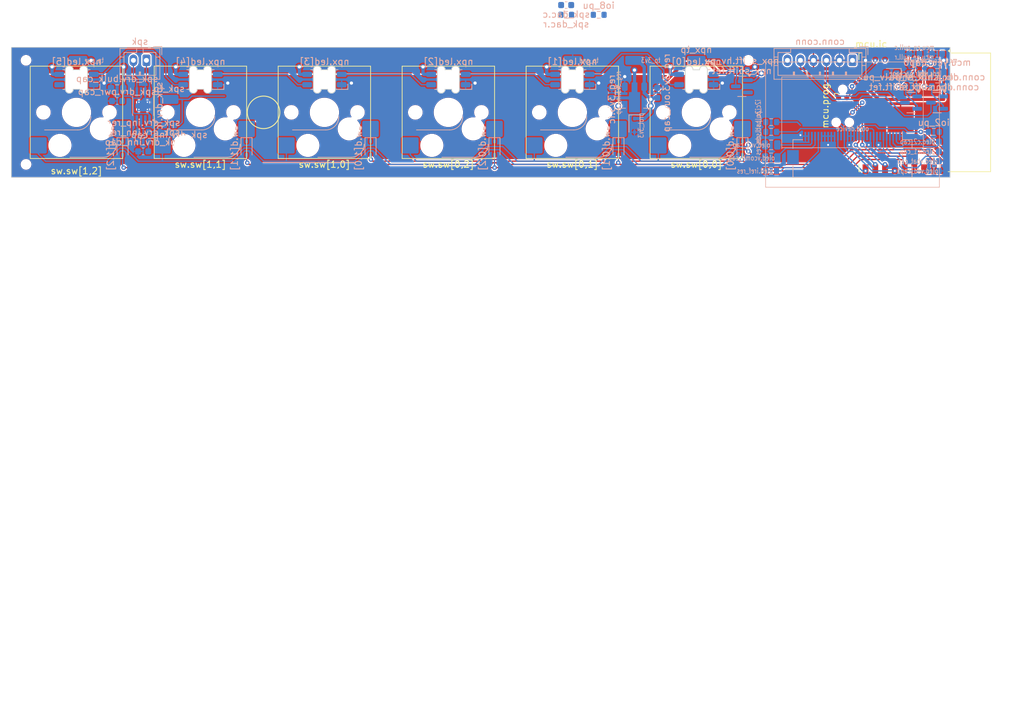
<source format=kicad_pcb>
(kicad_pcb (version 20240108) (generator "pcbnew") (generator_version "8.0")
  (layers (0 "F.Cu" signal "Front") (31 "B.Cu" signal "Back") (34 "B.Paste" user) (35 "F.Paste" user) (36 "B.SilkS" user "B.Silkscreen") (37 "F.SilkS" user "F.Silkscreen") (38 "B.Mask" user) (39 "F.Mask" user) (44 "Edge.Cuts" user))
  (net 0 "")
  (net 1 "Dpwr")
  (net 2 "Dgnd")
  (net 3 "Dv3v3")
  (net 4 "Dspk_chain_1")
  (net 5 "Dspk_drv.inn_res.b")
  (net 6 "Itouch_0")
  (net 7 "Dspk_drv.inn_cap.pos")
  (net 8 "Dconn.uart.tx")
  (net 9 "Dconn.uart.rx")
  (net 10 "Dspk_chain_0")
  (net 11 "Dmcu.gpio.swc_0")
  (net 12 "Di2c_pull.i2c.sda")
  (net 13 "Di2c_pull.i2c.scl")
  (net 14 "Doled.iref_res.a")
  (net 15 "Dledr.res.a")
  (net 16 "Dmcu.program_en_node")
  (net 17 "Dspk_drv.inp_cap.pos")
  (net 18 "Dspk_drv.inp_res.b")
  (net 19 "Dmcu.program_uart_node.b_tx")
  (net 20 "Dmcu.program_uart_node.a_tx")
  (net 21 "Dmcu.gpio.swc_1")
  (net 22 "Dmcu.gpio.swr_2")
  (net 23 "Dmcu.gpio.swr_0")
  (net 24 "Dmcu.gpio.swr_1")
  (net 25 "Dmcu.program_boot_node")
  (net 26 "Dspk_chain_2.a")
  (net 27 "Dspk_chain_2.b")
  (net 28 "Dnpx.led[2].dout")
  (net 29 "Dnpx.led[1].dout")
  (net 30 "Dnpx.led[3].dout")
  (net 31 "Dnpx.led[4].dout")
  (net 32 "Dnpx.dout")
  (net 33 "Dnpx.led[0].dout")
  (net 34 "Dsw.d[1,0].cathode")
  (net 35 "Dsw.d[0,1].cathode")
  (net 36 "Dsw.d[0,2].cathode")
  (net 37 "Dsw.d[1,2].cathode")
  (net 38 "Dsw.d[0,0].cathode")
  (net 39 "Dsw.d[1,1].cathode")
  (net 40 "Doled.device.vcomh")
  (net 41 "Doled.c1_cap.pos")
  (net 42 "Doled.c2_cap.pos")
  (net 43 "Doled.device.vcc")
  (net 44 "Doled.c2_cap.neg")
  (net 45 "Doled.c1_cap.neg")
  (net 46 "Dio2_pu.io")
  (net 47 "Dnpx_shift.hv_io")
  (net 48 "Dnpx_shift.lv_io")
  (net 49 "Dconn.htx_shift.hv_io")
  (net 50 "Dconn.dtx_shift.hv_io")
  (footprint "edg:LED_SK6812MINI-E" (layer "F.Cu") (at 73.8 94.95)
    (property "Reference" "npx.led[4]")
    (property "Value" "SK6812MINI-E")
    (fp_line (start -1.7 1.5) (end -1.7 -1.5) (stroke (width 0.12)) (layer "Edge.Cuts"))
    (fp_line (start -0.5 -1.5) (end 0.5 -1.5) (stroke (width 0.12)) (layer "Edge.Cuts"))
    (fp_line (start -0.5 1.5) (end 0.5 1.5) (stroke (width 0.12)) (layer "Edge.Cuts"))
    (fp_line (start 1.7 -1.5) (end 1.7 1.5) (stroke (width 0.12)) (layer "Edge.Cuts"))
    (fp_arc (start -1.7 -1.5) (mid -1.1 -2.1) (end -0.5 -1.5) (stroke (width 0.12)) (layer "Edge.Cuts"))
    (fp_arc (start -0.5 1.5) (mid -1.1 2.1) (end -1.7 1.5) (stroke (width 0.12)) (layer "Edge.Cuts"))
    (fp_arc (start 0.5 -1.5) (mid 1.1 -2.1) (end 1.7 -1.5) (stroke (width 0.12)) (layer "Edge.Cuts"))
    (fp_arc (start 1.7 1.5) (mid 1.1 2.1) (end 0.5 1.5) (stroke (width 0.12)) (layer "Edge.Cuts"))
  )
  (footprint "edg:JlcToolingHole_1.152mm" (layer "F.Cu") (at 47 92)
    (property "Reference" "jlc_th.th2" (hide yes))
    (property "Value" "")
  )
  (footprint "edg:LED_SK6812MINI-E" (layer "F.Cu") (at 54.75 94.95)
    (property "Reference" "npx.led[5]")
    (property "Value" "SK6812MINI-E")
    (fp_line (start -1.7 1.5) (end -1.7 -1.5) (stroke (width 0.12)) (layer "Edge.Cuts"))
    (fp_line (start -0.5 -1.5) (end 0.5 -1.5) (stroke (width 0.12)) (layer "Edge.Cuts"))
    (fp_line (start -0.5 1.5) (end 0.5 1.5) (stroke (width 0.12)) (layer "Edge.Cuts"))
    (fp_line (start 1.7 -1.5) (end 1.7 1.5) (stroke (width 0.12)) (layer "Edge.Cuts"))
    (fp_arc (start -1.7 -1.5) (mid -1.1 -2.1) (end -0.5 -1.5) (stroke (width 0.12)) (layer "Edge.Cuts"))
    (fp_arc (start -0.5 1.5) (mid -1.1 2.1) (end -1.7 1.5) (stroke (width 0.12)) (layer "Edge.Cuts"))
    (fp_arc (start 0.5 -1.5) (mid 1.1 -2.1) (end 1.7 -1.5) (stroke (width 0.12)) (layer "Edge.Cuts"))
    (fp_arc (start 1.7 1.5) (mid 1.1 2.1) (end 0.5 1.5) (stroke (width 0.12)) (layer "Edge.Cuts"))
  )
  (footprint "RF_Module:ESP-WROOM-02" (layer "F.Cu") (at 182 100 -90)
    (property "Reference" "mcu.ic")
    (property "Value" "ESP32-C3-WROOM-02")
  )
  (footprint "edg:JlcToolingHole_1.152mm" (layer "F.Cu") (at 158 92)
    (property "Reference" "jlc_th.th1" (hide yes))
    (property "Value" "")
  )
  (footprint "edg:LED_SK6812MINI-E" (layer "F.Cu") (at 111.9 94.95)
    (property "Reference" "npx.led[2]")
    (property "Value" "SK6812MINI-E")
    (fp_line (start -1.7 1.5) (end -1.7 -1.5) (stroke (width 0.12)) (layer "Edge.Cuts"))
    (fp_line (start -0.5 -1.5) (end 0.5 -1.5) (stroke (width 0.12)) (layer "Edge.Cuts"))
    (fp_line (start -0.5 1.5) (end 0.5 1.5) (stroke (width 0.12)) (layer "Edge.Cuts"))
    (fp_line (start 1.7 -1.5) (end 1.7 1.5) (stroke (width 0.12)) (layer "Edge.Cuts"))
    (fp_arc (start -1.7 -1.5) (mid -1.1 -2.1) (end -0.5 -1.5) (stroke (width 0.12)) (layer "Edge.Cuts"))
    (fp_arc (start -0.5 1.5) (mid -1.1 2.1) (end -1.7 1.5) (stroke (width 0.12)) (layer "Edge.Cuts"))
    (fp_arc (start 0.5 -1.5) (mid 1.1 -2.1) (end 1.7 -1.5) (stroke (width 0.12)) (layer "Edge.Cuts"))
    (fp_arc (start 1.7 1.5) (mid 1.1 2.1) (end 0.5 1.5) (stroke (width 0.12)) (layer "Edge.Cuts"))
  )
  (footprint "edg:JlcToolingHole_1.152mm" (layer "F.Cu") (at 47 108)
    (property "Reference" "jlc_th.th3" (hide yes))
    (property "Value" "")
  )
  (footprint "Switch_Keyboard_Hotswap_Kailh:SW_Hotswap_Kailh_MX" (layer "F.Cu") (at 92.85 100 180)
    (property "Reference" "sw.sw[1,0]")
    (property "Value" "PG151101S11")
  )
  (footprint "edg:LED_SK6812MINI-E" (layer "F.Cu") (at 130.95 94.95)
    (property "Reference" "npx.led[1]")
    (property "Value" "SK6812MINI-E")
    (fp_line (start -1.7 1.5) (end -1.7 -1.5) (stroke (width 0.12)) (layer "Edge.Cuts"))
    (fp_line (start -0.5 -1.5) (end 0.5 -1.5) (stroke (width 0.12)) (layer "Edge.Cuts"))
    (fp_line (start -0.5 1.5) (end 0.5 1.5) (stroke (width 0.12)) (layer "Edge.Cuts"))
    (fp_line (start 1.7 -1.5) (end 1.7 1.5) (stroke (width 0.12)) (layer "Edge.Cuts"))
    (fp_arc (start -1.7 -1.5) (mid -1.1 -2.1) (end -0.5 -1.5) (stroke (width 0.12)) (layer "Edge.Cuts"))
    (fp_arc (start -0.5 1.5) (mid -1.1 2.1) (end -1.7 1.5) (stroke (width 0.12)) (layer "Edge.Cuts"))
    (fp_arc (start 0.5 -1.5) (mid 1.1 -2.1) (end 1.7 -1.5) (stroke (width 0.12)) (layer "Edge.Cuts"))
    (fp_arc (start 1.7 1.5) (mid 1.1 2.1) (end 0.5 1.5) (stroke (width 0.12)) (layer "Edge.Cuts"))
  )
  (footprint "edg:Symbol_DucklingSolid" (layer "F.Cu") (at 83.5 100)
    (property "Reference" "svg2mod" (hide yes))
    (property "Value" "G***" (hide yes))
  )
  (footprint "edg:LED_SK6812MINI-E" (layer "F.Cu") (at 92.85 94.95)
    (property "Reference" "npx.led[3]")
    (property "Value" "SK6812MINI-E")
    (fp_line (start -1.7 1.5) (end -1.7 -1.5) (stroke (width 0.12)) (layer "Edge.Cuts"))
    (fp_line (start -0.5 -1.5) (end 0.5 -1.5) (stroke (width 0.12)) (layer "Edge.Cuts"))
    (fp_line (start -0.5 1.5) (end 0.5 1.5) (stroke (width 0.12)) (layer "Edge.Cuts"))
    (fp_line (start 1.7 -1.5) (end 1.7 1.5) (stroke (width 0.12)) (layer "Edge.Cuts"))
    (fp_arc (start -1.7 -1.5) (mid -1.1 -2.1) (end -0.5 -1.5) (stroke (width 0.12)) (layer "Edge.Cuts"))
    (fp_arc (start -0.5 1.5) (mid -1.1 2.1) (end -1.7 1.5) (stroke (width 0.12)) (layer "Edge.Cuts"))
    (fp_arc (start 0.5 -1.5) (mid 1.1 -2.1) (end 1.7 -1.5) (stroke (width 0.12)) (layer "Edge.Cuts"))
    (fp_arc (start 1.7 1.5) (mid 1.1 2.1) (end 0.5 1.5) (stroke (width 0.12)) (layer "Edge.Cuts"))
  )
  (footprint "Switch_Keyboard_Hotswap_Kailh:SW_Hotswap_Kailh_MX" (layer "F.Cu") (at 130.95 100 180)
    (property "Reference" "sw.sw[0,1]")
    (property "Value" "PG151101S11")
  )
  (footprint "Connector:Tag-Connect_TC2030-IDC-NL_2x03_P1.27mm_Vertical" (layer "F.Cu") (at 172.5 99 -90)
    (property "Reference" "mcu.prog")
    (property "Value" "")
  )
  (footprint "edg:LED_SK6812MINI-E" (layer "F.Cu") (at 150 94.95)
    (property "Reference" "npx.led[0]")
    (property "Value" "SK6812MINI-E")
    (fp_line (start -1.7 1.5) (end -1.7 -1.5) (stroke (width 0.12)) (layer "Edge.Cuts"))
    (fp_line (start -0.5 -1.5) (end 0.5 -1.5) (stroke (width 0.12)) (layer "Edge.Cuts"))
    (fp_line (start -0.5 1.5) (end 0.5 1.5) (stroke (width 0.12)) (layer "Edge.Cuts"))
    (fp_line (start 1.7 -1.5) (end 1.7 1.5) (stroke (width 0.12)) (layer "Edge.Cuts"))
    (fp_arc (start -1.7 -1.5) (mid -1.1 -2.1) (end -0.5 -1.5) (stroke (width 0.12)) (layer "Edge.Cuts"))
    (fp_arc (start -0.5 1.5) (mid -1.1 2.1) (end -1.7 1.5) (stroke (width 0.12)) (layer "Edge.Cuts"))
    (fp_arc (start 0.5 -1.5) (mid 1.1 -2.1) (end 1.7 -1.5) (stroke (width 0.12)) (layer "Edge.Cuts"))
    (fp_arc (start 1.7 1.5) (mid 1.1 2.1) (end 0.5 1.5) (stroke (width 0.12)) (layer "Edge.Cuts"))
  )
  (footprint "Switch_Keyboard_Hotswap_Kailh:SW_Hotswap_Kailh_MX" (layer "F.Cu") (at 111.9 100 180)
    (property "Reference" "sw.sw[0,2]")
    (property "Value" "PG151101S11")
  )
  (footprint "Switch_Keyboard_Hotswap_Kailh:SW_Hotswap_Kailh_MX" (layer "F.Cu") (at 54.75 100 180)
    (property "Reference" "sw.sw[1,2]")
    (property "Value" "PG151101S11")
  )
  (footprint "Switch_Keyboard_Hotswap_Kailh:SW_Hotswap_Kailh_MX" (layer "F.Cu") (at 73.8 100 180)
    (property "Reference" "sw.sw[1,1]")
    (property "Value" "PG151101S11")
  )
  (footprint "Switch_Keyboard_Hotswap_Kailh:SW_Hotswap_Kailh_MX" (layer "F.Cu") (at 150 100 180)
    (property "Reference" "sw.sw[0,0]")
    (property "Value" "PG151101S11")
  )
  (footprint "Diode_SMD:D_SOD-323" (layer "B.Cu") (at 157.085 105.5 -90)
    (property "Reference" "sw.d[0,0]")
    (property "Value" "40V 600mV@1A 1A SOD-323 Schottky Barrier Diodes (SBD) ROHS")
  )
  (footprint "Capacitor_SMD:C_0603_1608Metric" (layer "B.Cu") (at 186.5 107.5)
    (property "Reference" "oled.vbat_cap")
    (property "Value" "50V 1uF X5R ±10% 0603 Multilayer Ceramic Capacitors MLCC - SMD/SMT ROHS")
  )
  (footprint "Package_SO:MSOP-8-1EP_3x3mm_P0.65mm_EP1.68x1.88mm_ThermalVias" (layer "B.Cu") (at 65 99 90)
    (property "Reference" "spk_drv.ic")
    (property "Value" "TPA2005D1")
  )
  (footprint "Resistor_SMD:R_0603_1608Metric" (layer "B.Cu") (at 187 96 180)
    (property "Reference" "conn.dtx_shift.lv_pu")
    (property "Value" "±1% 1/10W Thick Film Resistors 75V ±100ppm/? -55?~+155? 4.7k? 0603 Chip Resistor - Surface Mount ROHS")
  )
  (footprint "Connector_FFC-FPC:Hirose_FH12-30S-0.5SH_1x30-1MP_P0.50mm_Horizontal" (layer "B.Cu") (at 174 105.5 180)
    (property "Reference" "oled.device")
    (property "Value" "AFC01-S30FCA-00")
  )
  (footprint "Resistor_SMD:R_0603_1608Metric" (layer "B.Cu") (at 65 103 180)
    (property "Reference" "spk_drv.inp_res")
    (property "Value" "±1% 1/10W Thick Film Resistors 75V ±100ppm/? -55?~+155? 68k? 0603 Chip Resistor - Surface Mount ROHS")
  )
  (footprint "edg:Lcd_Er_Oled0.96_1.1_Outline" (layer "B.Cu") (at 174 100 180)
    (property "Reference" "oled.lcd" (hide yes))
    (property "Value" "ER-OLED-0.96-1.1")
  )
  (footprint "Diode_SMD:D_SOD-323" (layer "B.Cu") (at 138.035 105.5 -90)
    (property "Reference" "sw.d[0,1]")
    (property "Value" "40V 600mV@1A 1A SOD-323 Schottky Barrier Diodes (SBD) ROHS")
  )
  (footprint "Resistor_SMD:R_0603_1608Metric" (layer "B.Cu") (at 161.5 103)
    (property "Reference" "i2c_pull.sda_res")
    (property "Value" "±1% 1/10W Thick Film Resistors 75V ±100ppm/? -55?~+155? 4.7k? 0603 Chip Resistor - Surface Mount ROHS")
  )
  (footprint "edg:TestPoint_TE_RCT_0805" (layer "B.Cu") (at 69 98 180)
    (property "Reference" "spk_tp")
    (property "Value" "spk_chain_1")
  )
  (footprint "Diode_SMD:D_SOD-323" (layer "B.Cu") (at 140.5 102 -90)
    (property "Reference" "prot_3v3")
    (property "Value" "5?A@1V 90? Single 3.53V~3.67V 200mW 3.6V SOD-323 Zener Diodes ROHS")
  )
  (footprint "Capacitor_SMD:C_0603_1608Metric" (layer "B.Cu") (at 144 97 90)
    (property "Reference" "reg_3v3.out_cap")
    (property "Value" "50V 1uF X5R ±10% 0603 Multilayer Ceramic Capacitors MLCC - SMD/SMT ROHS")
  )
  (footprint "Capacitor_SMD:C_0603_1608Metric" (layer "B.Cu") (at 186.5 104.5)
    (property "Reference" "oled.c2_cap")
    (property "Value" "50V 1uF X5R ±10% 0603 Multilayer Ceramic Capacitors MLCC - SMD/SMT ROHS")
  )
  (footprint "Resistor_SMD:R_0603_1608Metric" (layer "B.Cu") (at 183 96 180)
    (property "Reference" "conn.htx_shift.lv_pu")
    (property "Value" "±1% 1/10W Thick Film Resistors 75V ±100ppm/? -55?~+155? 4.7k? 0603 Chip Resistor - Surface Mount ROHS")
  )
  (footprint "Capacitor_SMD:C_0603_1608Metric" (layer "B.Cu") (at 186.5 109)
    (property "Reference" "oled.vdd_cap1")
    (property "Value" "50V 1uF X5R ±10% 0603 Multilayer Ceramic Capacitors MLCC - SMD/SMT ROHS")
  )
  (footprint "edg:TestPoint_TE_RCT_0805" (layer "B.Cu") (at 131 92)
    (property "Reference" "tp_gnd")
    (property "Value" "gnd")
  )
  (footprint "Package_TO_SOT_SMD:SOT-23" (layer "B.Cu") (at 157 96 180)
    (property "Reference" "npx_shift.fet")
    (property "Value" "30V 5.7A 26.5m?@10V,5.7A 1.4W 1.5V@250?A N Channel SOT-23-3L MOSFETs ROHS")
  )
  (footprint "Resistor_SMD:R_0603_1608Metric" (layer "B.Cu") (at 130 85)
    (property "Reference" "spk_dac.r")
    (property "Value" "±1% 1/10W Thick Film Resistors 75V ±100ppm/? -55?~+155? 1k? 0603 Chip Resistor - Surface Mount ROHS")
  )
  (footprint "Connector_JST:JST_PH_B2B-PH-K_1x02_P2.00mm_Vertical" (layer "B.Cu") (at 65.5 92 180)
    (property "Reference" "spk")
    (property "Value" "B2B-PH-K")
  )
  (footprint "Resistor_SMD:R_0603_1608Metric" (layer "B.Cu") (at 65 104.5 180)
    (property "Reference" "spk_drv.inn_res")
    (property "Value" "±1% 1/10W Thick Film Resistors 75V ±100ppm/? -55?~+155? 68k? 0603 Chip Resistor - Surface Mount ROHS")
  )
  (footprint "Resistor_SMD:R_0603_1608Metric" (layer "B.Cu") (at 183.5 94)
    (property "Reference" "ledr.res")
    (property "Value" "±1% 1/10W Thick Film Resistors 75V ±100ppm/? -55?~+155? 1k? 0603 Chip Resistor - Surface Mount ROHS")
  )
  (footprint "Capacitor_SMD:C_0603_1608Metric" (layer "B.Cu") (at 186.5 106)
    (property "Reference" "oled.c1_cap")
    (property "Value" "50V 1uF X5R ±10% 0603 Multilayer Ceramic Capacitors MLCC - SMD/SMT ROHS")
  )
  (footprint "Capacitor_SMD:C_0603_1608Metric" (layer "B.Cu") (at 61 98.25 180)
    (property "Reference" "spk_drv.pwr_cap")
    (property "Value" "50V 100nF X7R ±10% 0603 Multilayer Ceramic Capacitors MLCC - SMD/SMT ROHS")
  )
  (footprint "edg:TestPoint_TE_RCT_0805" (layer "B.Cu") (at 55 92 180)
    (property "Reference" "tp_pwr")
    (property "Value" "pwr")
  )
  (footprint "Capacitor_SMD:C_0603_1608Metric" (layer "B.Cu") (at 69 102)
    (property "Reference" "spk_drv.inp_cap")
    (property "Value" "50V 1uF X5R ±10% 0603 Multilayer Ceramic Capacitors MLCC - SMD/SMT ROHS")
  )
  (footprint "Capacitor_SMD:C_0603_1608Metric" (layer "B.Cu") (at 137 97 90)
    (property "Reference" "reg_3v3.in_cap")
    (property "Value" "50V 1uF X5R ±10% 0603 Multilayer Ceramic Capacitors MLCC - SMD/SMT ROHS")
  )
  (footprint "Package_TO_SOT_SMD:SOT-89-3" (layer "B.Cu") (at 140.5 98 -90)
    (property "Reference" "reg_3v3.ic")
    (property "Value" "AP7215-33YG-13")
  )
  (footprint "Capacitor_SMD:C_0805_2012Metric" (layer "B.Cu") (at 161.5 105 180)
    (property "Reference" "oled.vcc_cap")
    (property "Value" "25V 4.7uF X5R ±10% 0805 Multilayer Ceramic Capacitors MLCC - SMD/SMT ROHS")
  )
  (footprint "Resistor_SMD:R_0603_1608Metric" (layer "B.Cu") (at 135 85 180)
    (property "Reference" "io8_pu")
    (property "Value" "±1% 1/10W Thick Film Resistors 75V ±100ppm/? -55?~+155? 4.7k? 0603 Chip Resistor - Surface Mount ROHS")
  )
  (footprint "Connector_JST:JST_PH_B6B-PH-K_1x06_P2.00mm_Vertical" (layer "B.Cu") (at 174 92 180)
    (property "Reference" "conn.conn")
    (property "Value" "B6B-PH-K")
  )
  (footprint "LED_SMD:LED_0603_1608Metric" (layer "B.Cu") (at 180 94 180)
    (property "Reference" "ledr.package")
    (property "Value" "Red 615~630nm 1.9~2.2V 0603 Light Emitting Diodes (LED) RoHS")
  )
  (footprint "Diode_SMD:D_SOD-323" (layer "B.Cu") (at 99.935 105.5 -90)
    (property "Reference" "sw.d[1,0]")
    (property "Value" "40V 600mV@1A 1A SOD-323 Schottky Barrier Diodes (SBD) ROHS")
  )
  (footprint "Diode_SMD:D_SOD-323" (layer "B.Cu") (at 61.835 105.5 -90)
    (property "Reference" "sw.d[1,2]")
    (property "Value" "40V 600mV@1A 1A SOD-323 Schottky Barrier Diodes (SBD) ROHS")
  )
  (footprint "Capacitor_SMD:C_0603_1608Metric" (layer "B.Cu") (at 183.5 91 180)
    (property "Reference" "mcu.en_pull.c")
    (property "Value" "50V 1uF X5R ±10% 0603 Multilayer Ceramic Capacitors MLCC - SMD/SMT ROHS")
  )
  (footprint "Capacitor_SMD:C_0805_2012Metric" (layer "B.Cu") (at 187 94 180)
    (property "Reference" "mcu.vcc_cap0")
    (property "Value" "X5R 25V ±10% 10uF 0805 Multilayer Ceramic Capacitors MLCC - SMD/SMT ROHS")
  )
  (footprint "Capacitor_SMD:C_0805_2012Metric" (layer "B.Cu") (at 61 96.5 180)
    (property "Reference" "spk_drv.bulk_cap")
    (property "Value" "25V 4.7uF X5R ±10% 0805 Multilayer Ceramic Capacitors MLCC - SMD/SMT ROHS")
  )
  (footprint "Resistor_SMD:R_0603_1608Metric" (layer "B.Cu") (at 183.5 92.5)
    (property "Reference" "mcu.en_pull.r")
    (property "Value" "±1% 1/10W Thick Film Resistors 75V ±100ppm/? -55?~+155? 10k? 0603 Chip Resistor - Surface Mount ROHS")
  )
  (footprint "edg:TestPoint_TE_RCT_0805" (layer "B.Cu") (at 150 92 180)
    (property "Reference" "npx_tp")
    (property "Value" "_npx_shift_hv_io_link")
  )
  (footprint "Diode_SMD:D_SOD-323" (layer "B.Cu") (at 80.885 105.5 -90)
    (property "Reference" "sw.d[1,1]")
    (property "Value" "40V 600mV@1A 1A SOD-323 Schottky Barrier Diodes (SBD) ROHS")
  )
  (footprint "Capacitor_SMD:C_0805_2012Metric" (layer "B.Cu") (at 161.5 107 180)
    (property "Reference" "oled.vcomh_cap")
    (property "Value" "25V 4.7uF X5R ±10% 0805 Multilayer Ceramic Capacitors MLCC - SMD/SMT ROHS")
  )
  (footprint "edg:TestPoint_TE_RCT_0805" (layer "B.Cu") (at 140.5 92 180)
    (property "Reference" "tp_3v3")
    (property "Value" "v3v3")
  )
  (footprint "Resistor_SMD:R_0603_1608Metric" (layer "B.Cu") (at 157 93.5 180)
    (property "Reference" "npx_shift.hv_pu")
    (property "Value" "±1% 1/10W Thick Film Resistors 75V ±100ppm/? -55?~+155? 4.7k? 0603 Chip Resistor - Surface Mount ROHS")
  )
  (footprint "Diode_SMD:D_SOD-323" (layer "B.Cu") (at 118.985 105.5 -90)
    (property "Reference" "sw.d[0,2]")
    (property "Value" "40V 600mV@1A 1A SOD-323 Schottky Barrier Diodes (SBD) ROHS")
  )
  (footprint "Capacitor_SMD:C_0603_1608Metric" (layer "B.Cu") (at 130 83.5)
    (property "Reference" "spk_dac.c")
    (property "Value" "50V 47nF X7R ±10% 0603 Multilayer Ceramic Capacitors MLCC - SMD/SMT ROHS")
  )
  (footprint "Capacitor_SMD:C_0603_1608Metric" (layer "B.Cu") (at 65 106 180)
    (property "Reference" "spk_drv.inn_cap")
    (property "Value" "50V 1uF X5R ±10% 0603 Multilayer Ceramic Capacitors MLCC - SMD/SMT ROHS")
  )
  (footprint "Capacitor_SMD:C_0603_1608Metric" (layer "B.Cu") (at 187 91 180)
    (property "Reference" "mcu.vcc_cap1")
    (property "Value" "50V 100nF X7R ±10% 0603 Multilayer Ceramic Capacitors MLCC - SMD/SMT ROHS")
  )
  (footprint "Resistor_SMD:R_0603_1608Metric" (layer "B.Cu") (at 161.5 101.5)
    (property "Reference" "i2c_pull.scl_res")
    (property "Value" "±1% 1/10W Thick Film Resistors 75V ±100ppm/? -55?~+155? 4.7k? 0603 Chip Resistor - Surface Mount ROHS")
  )
  (footprint "Resistor_SMD:R_0603_1608Metric" (layer "B.Cu") (at 161.5 109 180)
    (property "Reference" "oled.iref_res")
    (property "Value" "±1% 1/10W Thick Film Resistors 75V ±100ppm/? -55?~+155? 390k? 0603 Chip Resistor - Surface Mount ROHS")
  )
  (footprint "Resistor_SMD:R_0603_1608Metric" (layer "B.Cu") (at 186.5 103 180)
    (property "Reference" "io2_pu")
    (property "Value" "±1% 1/10W Thick Film Resistors 75V ±100ppm/? -55?~+155? 4.7k? 0603 Chip Resistor - Surface Mount ROHS")
  )
  (footprint "Package_TO_SOT_SMD:SOT-23" (layer "B.Cu") (at 183 98.5 180)
    (property "Reference" "conn.htx_shift.fet")
    (property "Value" "30V 5.7A 26.5m?@10V,5.7A 1.4W 1.5V@250?A N Channel SOT-23-3L MOSFETs ROHS")
  )
  (footprint "Package_TO_SOT_SMD:SOT-23" (layer "B.Cu") (at 187 98.5 180)
    (property "Reference" "conn.dtx_shift.fet")
    (property "Value" "30V 5.7A 26.5m?@10V,5.7A 1.4W 1.5V@250?A N Channel SOT-23-3L MOSFETs ROHS")
  )
  (gr_rect (start 44.75 90) (end 189 110) (stroke (width 0.1)) (fill none) (layer "Edge.Cuts"))
  (via (at 159 93) (size 0.9) (drill 0.5) (layers "F.Cu" "B.Cu") (net 1))
  (via (at 57 92) (size 0.9) (drill 0.5) (layers "F.Cu" "B.Cu") (net 1))
  (via (at 138 99) (size 0.9) (drill 0.5) (layers "F.Cu" "B.Cu") (net 1))
  (via (at 62 93) (size 0.9) (drill 0.5) (layers "F.Cu" "B.Cu") (net 1))
  (via (at 127 93) (size 0.9) (drill 0.5) (layers "F.Cu" "B.Cu") (net 1))
  (via (at 51 93) (size 0.9) (drill 0.5) (layers "F.Cu" "B.Cu") (net 1))
  (via (at 146 93) (size 0.9) (drill 0.5) (layers "F.Cu" "B.Cu") (net 1))
  (via (at 140.5 93.5) (size 0.9) (drill 0.5) (layers "F.Cu" "B.Cu") (net 1))
  (via (at 89 93) (size 0.9) (drill 0.5) (layers "F.Cu" "B.Cu") (net 1))
  (via (at 70 93) (size 0.9) (drill 0.5) (layers "F.Cu" "B.Cu") (net 1))
  (via (at 108 93) (size 0.9) (drill 0.5) (layers "F.Cu" "B.Cu") (net 1))
  (segment (start 63.09 97.5) (end 61.95 97.5) (width 0.2) (layer "B.Cu") (net 1))
  (segment (start 127 94) (end 127 93) (width 0.5) (layer "B.Cu") (net 1))
  (segment (start 89 94) (end 89 93) (width 0.5) (layer "B.Cu") (net 1))
  (segment (start 64.585 97.825) (end 63.585 97.825) (width 0.2) (layer "B.Cu") (net 1))
  (segment (start 63.5 100) (end 63.5 97.91) (width 0.2) (layer "B.Cu") (net 1))
  (segment (start 64.675 97.735) (end 64.585 97.825) (width 0.2) (layer "B.Cu") (net 1))
  (segment (start 64.675 96.85) (end 64.675 97.735) (width 0.2) (layer "B.Cu") (net 1))
  (segment (start 52.1 94.15) (end 51.15 94.15) (width 0.5) (layer "B.Cu") (net 1))
  (segment (start 140.5 96.1375) (end 140.5 93.5) (width 0.5) (layer "B.Cu") (net 1))
  (segment (start 108 94) (end 108 93) (width 0.5) (layer "B.Cu") (net 1))
  (segment (start 65.975 101.15) (end 65.975 100.425001) (width 0.2) (layer "B.Cu") (net 1))
  (segment (start 158.5 93.5) (end 159 93) (width 0.2) (layer "B.Cu") (net 1))
  (segment (start 127.15 94.15) (end 127 94) (width 0.5) (layer "B.Cu") (net 1))
  (segment (start 137 97.775) (end 140.225 97.775) (width 0.5) (layer "B.Cu") (net 1))
  (segment (start 70.15 94.15) (end 70 94) (width 0.5) (layer "B.Cu") (net 1))
  (segment (start 61.95 98.075) (end 61.775 98.25) (width 0.2) (layer "B.Cu") (net 1))
  (segment (start 146 94) (end 146 93) (width 0.5) (layer "B.Cu") (net 1))
  (segment (start 90.2 94.15) (end 89.15 94.15) (width 0.5) (layer "B.Cu") (net 1))
  (segment (start 70 94) (end 70 93) (width 0.5) (layer "B.Cu") (net 1))
  (segment (start 63.585 97.825) (end 63.5 97.91) (width 0.2) (layer "B.Cu") (net 1))
  (segment (start 61.95 96.5) (end 61.95 93.05) (width 0.5) (layer "B.Cu") (net 1))
  (segment (start 63.5 97.91) (end 63.09 97.5) (width 0.2) (layer "B.Cu") (net 1))
  (segment (start 128.3 94.15) (end 127.15 94.15) (width 0.5) (layer "B.Cu") (net 1))
  (segment (start 147.35 94.15) (end 146.15 94.15) (width 0.5) (layer "B.Cu") (net 1))
  (segment (start 61.95 96.5) (end 61.95 97.5) (width 0.2) (layer "B.Cu") (net 1))
  (segment (start 65.975 100.425001) (end 65.724999 100.175) (width 0.2) (layer "B.Cu") (net 1))
  (segment (start 61.95 97.5) (end 61.95 98.075) (width 0.2) (layer "B.Cu") (net 1))
  (segment (start 157.825 93.5) (end 158.5 93.5) (width 0.2) (layer "B.Cu") (net 1))
  (segment (start 71.15 94.15) (end 70.15 94.15) (width 0.5) (layer "B.Cu") (net 1))
  (segment (start 57 92) (end 55 92) (width 0.5) (layer "B.Cu") (net 1))
  (segment (start 146.15 94.15) (end 146 94) (width 0.5) (layer "B.Cu") (net 1))
  (segment (start 109.25 94.15) (end 108.15 94.15) (width 0.5) (layer "B.Cu") (net 1))
  (segment (start 89.15 94.15) (end 89 94) (width 0.5) (layer "B.Cu") (net 1))
  (segment (start 51.15 94.15) (end 51 94) (width 0.5) (layer "B.Cu") (net 1))
  (segment (start 51 94) (end 51 93) (width 0.5) (layer "B.Cu") (net 1))
  (segment (start 65.724999 100.175) (end 63.675 100.175) (width 0.2) (layer "B.Cu") (net 1))
  (segment (start 140.225 97.775) (end 140.5 97.5) (width 0.5) (layer "B.Cu") (net 1))
  (segment (start 63.675 100.175) (end 63.5 100) (width 0.2) (layer "B.Cu") (net 1))
  (segment (start 61.95 93.05) (end 62 93) (width 0.5) (layer "B.Cu") (net 1))
  (segment (start 108.15 94.15) (end 108 94) (width 0.5) (layer "B.Cu") (net 1))
  (via (at 97 95.5) (size 0.9) (drill 0.5) (layers "F.Cu" "B.Cu") (net 2))
  (via (at 116 95.5) (size 0.9) (drill 0.5) (layers "F.Cu" "B.Cu") (net 2))
  (via (at 173.5 105) (size 0.7) (drill 0.3) (layers "F.Cu" "B.Cu") (net 2))
  (via (at 78 95.5) (size 0.9) (drill 0.5) (layers "F.Cu" "B.Cu") (net 2))
  (via (at 178 105) (size 0.7) (drill 0.3) (layers "F.Cu" "B.Cu") (net 2))
  (via (at 154 95.5) (size 0.9) (drill 0.5) (layers "F.Cu" "B.Cu") (net 2))
  (via (at 176 92) (size 0.9) (drill 0.5) (layers "F.Cu" "B.Cu") (net 2))
  (via (at 176.5 105) (size 0.7) (drill 0.3) (layers "F.Cu" "B.Cu") (net 2))
  (via (at 166 103.5) (size 0.7) (drill 0.3) (layers "F.Cu" "B.Cu") (net 2))
  (via (at 135 95.5) (size 0.9) (drill 0.5) (layers "F.Cu" "B.Cu") (net 2))
  (via (at 59 95.5) (size 0.9) (drill 0.5) (layers "F.Cu" "B.Cu") (net 2))
  (via (at 170.25 105) (size 0.7) (drill 0.3) (layers "F.Cu" "B.Cu") (net 2))
  (via (at 139 94.5) (size 0.9) (drill 0.5) (layers "F.Cu" "B.Cu") (net 2))
  (segment (start 176.34 105) (end 176.5 105) (width 0.16) (layer "B.Cu") (net 2))
  (segment (start 174.25 104.25) (end 173.5 105) (width 0.16) (layer "B.Cu") (net 2))
  (segment (start 174.25 103.65) (end 174.25 104.25) (width 0.16) (layer "B.Cu") (net 2))
  (segment (start 175.75 103.65) (end 175.75 104.41) (width 0.16) (layer "B.Cu") (net 2))
  (segment (start 175.75 104.41) (end 176.34 105) (width 0.16) (layer "B.Cu") (net 2))
  (segment (start 65.325 96.85) (end 65.325 98.675) (width 0.2) (layer "B.Cu") (net 2))
  (segment (start 65.325 98.675) (end 65 99) (width 0.2) (layer "B.Cu") (net 2))
  (segment (start 178 98) (end 188 98) (width 0.5) (layer "F.Cu") (net 3))
  (segment (start 148 92.5) (end 152 92.5) (width 0.5) (layer "F.Cu") (net 3))
  (segment (start 152 92.5) (end 153.5 94) (width 0.5) (layer "F.Cu") (net 3))
  (segment (start 167 94) (end 168.135 94) (width 0.5) (layer "F.Cu") (net 3))
  (segment (start 188 98) (end 188 93) (width 0.5) (layer "F.Cu") (net 3))
  (segment (start 188 93) (end 188 91.25) (width 0.5) (layer "F.Cu") (net 3))
  (segment (start 169 94) (end 174 94) (width 0.5) (layer "F.Cu") (net 3))
  (segment (start 169.0675 94.9325) (end 171.865 97.73) (width 0.5) (layer "F.Cu") (net 3))
  (segment (start 143 99) (end 143 97.5) (width 0.5) (layer "F.Cu") (net 3))
  (segment (start 143 97.5) (end 148 92.5) (width 0.5) (layer "F.Cu") (net 3))
  (segment (start 167 94) (end 169 94) (width 0.5) (layer "F.Cu") (net 3))
  (segment (start 169 94.865) (end 169 94) (width 0.5) (layer "F.Cu") (net 3))
  (segment (start 174 94) (end 178 98) (width 0.5) (layer "F.Cu") (net 3))
  (segment (start 169.0675 94.9325) (end 169 94.865) (width 0.5) (layer "F.Cu") (net 3))
  (segment (start 153.5 94) (end 167 94) (width 0.5) (layer "F.Cu") (net 3))
  (via (at 188 92) (size 0.9) (drill 0.5) (layers "F.Cu" "B.Cu") (net 3))
  (via (at 143 98) (size 0.9) (drill 0.5) (layers "F.Cu" "B.Cu") (net 3))
  (via (at 143 99) (size 0.9) (drill 0.5) (layers "F.Cu" "B.Cu") (net 3))
  (via (at 160 94) (size 0.9) (drill 0.5) (layers "F.Cu" "B.Cu") (net 3))
  (segment (start 187.825 97.4375) (end 187.9375 97.55) (width 0.2) (layer "B.Cu") (net 3))
  (segment (start 158.95 95.05) (end 160 94) (width 0.2) (layer "B.Cu") (net 3))
  (segment (start 187.825 96) (end 187.825 95.175) (width 0.2) (layer "B.Cu") (net 3))
  (segment (start 181.25 107.25) (end 180.75 106.75) (width 0.2) (layer "B.Cu") (net 3))
  (segment (start 182.675 93.175) (end 182.75 93.25) (width 0.2) (layer "B.Cu") (net 3))
  (segment (start 144 97.775) (end 142.775 97.775) (width 0.5) (layer "B.Cu") (net 3))
  (segment (start 142.775 97.775) (end 142 97) (width 0.5) (layer "B.Cu") (net 3))
  (segment (start 143 100) (end 142.05 100.95) (width 0.5) (layer "B.Cu") (net 3))
  (segment (start 143 99) (end 143 100) (width 0.5) (layer "B.Cu") (net 3))
  (segment (start 182.75 93.25) (end 183.25 93.25) (width 0.2) (layer "B.Cu") (net 3))
  (segment (start 187.825 96) (end 187.825 97.4375) (width 0.2) (layer "B.Cu") (net 3))
  (segment (start 178.75 103.65) (end 178.75 105.75) (width 0.2) (layer "B.Cu") (net 3))
  (segment (start 177.25 103.65) (end 177.25 102.75) (width 0.2) (layer "B.Cu") (net 3))
  (segment (start 188 92) (end 187.775 91.775) (width 0.5) (layer "B.Cu") (net 3))
  (segment (start 142 97) (end 142 96.05) (width 0.5) (layer "B.Cu") (net 3))
  (segment (start 187.825 95.175) (end 187.95 95.05) (width 0.2) (layer "B.Cu") (net 3))
  (segment (start 183.5 93.5) (end 183.5 94.5) (width 0.2) (layer "B.Cu") (net 3))
  (segment (start 181.25 108.25) (end 182 109) (width 0.2) (layer "B.Cu") (net 3))
  (segment (start 142 93) (end 141 92) (width 0.5) (layer "B.Cu") (net 3))
  (segment (start 179 106) (end 179.75 106.75) (width 0.2) (layer "B.Cu") (net 3))
  (segment (start 183.825 95.175) (end 184 95) (width 0.2) (layer "B.Cu") (net 3))
  (segment (start 142.05 100.95) (end 140.5 100.95) (width 0.5) (layer "B.Cu") (net 3))
  (segment (start 187.95 95.05) (end 187.95 94) (width 0.2) (layer "B.Cu") (net 3))
  (segment (start 183.5 94.5) (end 184 95) (width 0.2) (layer "B.Cu") (net 3))
  (segment (start 183.25 93.25) (end 183.5 93.5) (width 0.2) (layer "B.Cu") (net 3))
  (segment (start 178 106) (end 178.5 106) (width 0.2) (layer "B.Cu") (net 3))
  (segment (start 177.25 103.65) (end 177.25 105.25) (width 0.2) (layer "B.Cu") (net 3))
  (segment (start 183.825 97.4375) (end 183.9375 97.55) (width 0.2) (layer "B.Cu") (net 3))
  (segment (start 182.675 92.5) (end 182.675 93.175) (width 0.2) (layer "B.Cu") (net 3))
  (segment (start 177 102.5) (end 176.5 102.5) (width 0.2) (layer "B.Cu") (net 3))
  (segment (start 177.25 102.75) (end 177 102.5) (width 0.2) (layer "B.Cu") (net 3))
  (segment (start 178.5 106) (end 179 106) (width 0.2) (layer "B.Cu") (net 3))
  (segment (start 187.9 95) (end 187.95 95.05) (width 0.2) (layer "B.Cu") (net 3))
  (segment (start 188 92) (end 187.95 92.05) (width 0.5) (layer "B.Cu") (net 3))
  (segment (start 184 95) (end 187.9 95) (width 0.2) (layer "B.Cu") (net 3))
  (segment (start 157.9375 95.05) (end 158.95 95.05) (width 0.2) (layer "B.Cu") (net 3))
  (segment (start 183.825 96) (end 183.825 95.175) (width 0.2) (layer "B.Cu") (net 3))
  (segment (start 176.25 102.75) (end 176.25 103.65) (width 0.2) (layer "B.Cu") (net 3))
  (segment (start 187.95 92.05) (end 187.95 94) (width 0.5) (layer "B.Cu") (net 3))
  (segment (start 178.75 105.75) (end 179 106) (width 0.2) (layer "B.Cu") (net 3))
  (segment (start 180.75 106.75) (end 179.75 106.75) (width 0.2) (layer "B.Cu") (net 3))
  (segment (start 178.75 105.75) (end 178.5 106) (width 0.2) (layer "B.Cu") (net 3))
  (segment (start 176.5 102.5) (end 176.25 102.75) (width 0.2) (layer "B.Cu") (net 3))
  (segment (start 181.25 108.25) (end 181.25 107.25) (width 0.2) (layer "B.Cu") (net 3))
  (segment (start 143 99) (end 143 98) (width 0.5) (layer "B.Cu") (net 3))
  (segment (start 185.725 107.5) (end 185.725 109) (width 0.5) (layer "B.Cu") (net 3))
  (segment (start 182 109) (end 185.725 109) (width 0.2) (layer "B.Cu") (net 3))
  (segment (start 160.675 103) (end 160.675 101.5) (width 0.2) (layer "B.Cu") (net 3))
  (segment (start 142 96.05) (end 142 93) (width 0.5) (layer "B.Cu") (net 3))
  (segment (start 187.775 91.775) (end 187.775 91) (width 0.5) (layer "B.Cu") (net 3))
  (segment (start 183.825 96) (end 183.825 97.4375) (width 0.2) (layer "B.Cu") (net 3))
  (segment (start 177.25 105.25) (end 178 106) (width 0.2) (layer "B.Cu") (net 3))
  (segment (start 72.5 97.5) (end 77.5 97.5) (width 0.2) (layer "B.Cu") (net 4))
  (segment (start 70.5 102) (end 71 101.5) (width 0.2) (layer "B.Cu") (net 4))
  (segment (start 71 101.5) (end 71 98) (width 0.2) (layer "B.Cu") (net 4))
  (segment (start 69.775 102) (end 70.5 102) (width 0.2) (layer "B.Cu") (net 4))
  (segment (start 71 98) (end 69 98) (width 0.2) (layer "B.Cu") (net 4))
  (segment (start 69 98) (end 72 98) (width 0.2) (layer "B.Cu") (net 4))
  (segment (start 72 98) (end 72.5 97.5) (width 0.2) (layer "B.Cu") (net 4))
  (segment (start 64.75 103.75) (end 65 103.5) (width 0.2) (layer "B.Cu") (net 5))
  (segment (start 65 102.5) (end 65 103.5) (width 0.2) (layer "B.Cu") (net 5))
  (segment (start 64.675 102.175) (end 65 102.5) (width 0.2) (layer "B.Cu") (net 5))
  (segment (start 64.175 103.825) (end 64.25 103.75) (width 0.2) (layer "B.Cu") (net 5))
  (segment (start 64.675 101.15) (end 64.675 102.175) (width 0.2) (layer "B.Cu") (net 5))
  (segment (start 64.25 103.75) (end 64.75 103.75) (width 0.2) (layer "B.Cu") (net 5))
  (segment (start 64.175 104.5) (end 64.175 103.825) (width 0.2) (layer "B.Cu") (net 5))
  (segment (start 65.825 105.95) (end 65.775 106) (width 0.2) (layer "B.Cu") (net 7))
  (segment (start 65.825 104.5) (end 65.825 105.95) (width 0.2) (layer "B.Cu") (net 7))
  (segment (start 185 96) (end 185 91.25) (width 0.2) (layer "F.Cu") (net 8))
  (via (at 185 96) (size 0.7) (drill 0.3) (layers "F.Cu" "B.Cu") (net 8))
  (segment (start 186.175 96) (end 185 96) (width 0.2) (layer "B.Cu") (net 8))
  (segment (start 186.175 96) (end 186.175 97.175) (width 0.2) (layer "B.Cu") (net 8))
  (segment (start 187.9375 98.9375) (end 187.9375 99.45) (width 0.2) (layer "B.Cu") (net 8))
  (segment (start 186.175 97.175) (end 187.9375 98.9375) (width 0.2) (layer "B.Cu") (net 8))
  (segment (start 181 96) (end 183.5 93.5) (width 0.2) (layer "F.Cu") (net 9))
  (segment (start 183.5 93.5) (end 183.5 91.25) (width 0.2) (layer "F.Cu") (net 9))
  (via (at 181 96) (size 0.7) (drill 0.3) (layers "F.Cu" "B.Cu") (net 9))
  (segment (start 183.9375 98.9375) (end 183.9375 99.45) (width 0.2) (layer "B.Cu") (net 9))
  (segment (start 182.175 97.175) (end 183.9375 98.9375) (width 0.2) (layer "B.Cu") (net 9))
  (segment (start 182.175 96) (end 181 96) (width 0.2) (layer "B.Cu") (net 9))
  (segment (start 182.175 96) (end 182.175 97.175) (width 0.2) (layer "B.Cu") (net 9))
  (segment (start 179 91.25) (end 179 92) (width 0.2) (layer "F.Cu") (net 10))
  (via (at 179 92) (size 0.7) (drill 0.3) (layers "F.Cu" "B.Cu") (net 10))
  (via (at 158 105) (size 0.7) (drill 0.3) (layers "F.Cu" "B.Cu") (net 11))
  (segment (start 125.108 107.392) (end 125 107.5) (width 0.2) (layer "B.Cu") (net 11))
  (segment (start 125.108 105.08) (end 125.108 107.392) (width 0.2) (layer "B.Cu") (net 11))
  (segment (start 157.75 105.25) (end 158 105) (width 0.2) (layer "B.Cu") (net 11))
  (segment (start 155.75 105.25) (end 157.75 105.25) (width 0.2) (layer "B.Cu") (net 11))
  (segment (start 107 107.5) (end 115.5 107.5) (width 0.2) (layer "B.Cu") (net 11))
  (segment (start 122.5 107.5) (end 134.5 107.5) (width 0.2) (layer "B.Cu") (net 11))
  (segment (start 136.75 105.25) (end 139.25 105.25) (width 0.2) (layer "B.Cu") (net 11))
  (segment (start 115.5 107.5) (end 117.75 105.25) (width 0.2) (layer "B.Cu") (net 11))
  (segment (start 139.25 105.25) (end 141.5 107.5) (width 0.2) (layer "B.Cu") (net 11))
  (segment (start 120.25 105.25) (end 122.5 107.5) (width 0.2) (layer "B.Cu") (net 11))
  (segment (start 106.058 105.08) (end 106.058 106.558) (width 0.2) (layer "B.Cu") (net 11))
  (segment (start 117.75 105.25) (end 120.25 105.25) (width 0.2) (layer "B.Cu") (net 11))
  (segment (start 106.058 106.558) (end 107 107.5) (width 0.2) (layer "B.Cu") (net 11))
  (segment (start 134.5 107.5) (end 136.75 105.25) (width 0.2) (layer "B.Cu") (net 11))
  (segment (start 141.5 107.5) (end 153.5 107.5) (width 0.2) (layer "B.Cu") (net 11))
  (segment (start 153.5 107.5) (end 155.75 105.25) (width 0.2) (layer "B.Cu") (net 11))
  (segment (start 144.158 105.08) (end 144.158 107.342) (width 0.2) (layer "B.Cu") (net 11))
  (segment (start 144.158 107.342) (end 144 107.5) (width 0.2) (layer "B.Cu") (net 11))
  (segment (start 176 108.75) (end 176 109) (width 0.2) (layer "F.Cu") (net 12))
  (via (at 176 109) (size 0.7) (drill 0.3) (layers "F.Cu" "B.Cu") (net 12))
  (segment (start 175.5 109) (end 171.75 105.25) (width 0.2) (layer "B.Cu") (net 12))
  (segment (start 162.325 103) (end 165.5 103) (width 0.2) (layer "B.Cu") (net 12))
  (segment (start 176 109) (end 175.5 109) (width 0.2) (layer "B.Cu") (net 12))
  (segment (start 171.45 102.5) (end 171.75 102.8) (width 0.2) (layer "B.Cu") (net 12))
  (segment (start 171.45 102.5) (end 172 102.5) (width 0.2) (layer "B.Cu") (net 12))
  (segment (start 166 102.5) (end 171.45 102.5) (width 0.2) (layer "B.Cu") (net 12))
  (segment (start 171.75 102.8) (end 171.75 103.65) (width 0.2) (layer "B.Cu") (net 12))
  (segment (start 171.75 105.25) (end 171.75 103.65) (width 0.2) (layer "B.Cu") (net 12))
  (segment (start 172.25 102.75) (end 172.25 103.65) (width 0.2) (layer "B.Cu") (net 12))
  (segment (start 172 102.5) (end 172.25 102.75) (width 0.2) (layer "B.Cu") (net 12))
  (segment (start 165.5 103) (end 166 102.5) (width 0.2) (layer "B.Cu") (net 12))
  (segment (start 180.5 109) (end 180.5 108.75) (width 0.2) (layer "F.Cu") (net 13))
  (via (at 180.5 109) (size 0.7) (drill 0.3) (layers "F.Cu" "B.Cu") (net 13))
  (segment (start 177 109) (end 174 106) (width 0.2) (layer "B.Cu") (net 13))
  (segment (start 172.75 102.5) (end 172.75 103.65) (width 0.2) (layer "B.Cu") (net 13))
  (segment (start 172.25 102) (end 172.75 102.5) (width 0.2) (layer "B.Cu") (net 13))
  (segment (start 162.325 101.5) (end 165.5 101.5) (width 0.2) (layer "B.Cu") (net 13))
  (segment (start 180.5 109) (end 177 109) (width 0.2) (layer "B.Cu") (net 13))
  (segment (start 172.75 105.424265) (end 172.75 103.65) (width 0.2) (layer "B.Cu") (net 13))
  (segment (start 173.325735 106) (end 172.75 105.424265) (width 0.2) (layer "B.Cu") (net 13))
  (segment (start 174 106) (end 173.325735 106) (width 0.2) (layer "B.Cu") (net 13))
  (segment (start 165.5 101.5) (end 166 102) (width 0.2) (layer "B.Cu") (net 13))
  (segment (start 168.75 106) (end 168.75 103.65) (width 0.2) (layer "B.Cu") (net 14))
  (segment (start 162.325 109) (end 163 109) (width 0.2) (layer "B.Cu") (net 14))
  (segment (start 163 109) (end 163.5 108.5) (width 0.2) (layer "B.Cu") (net 14))
  (segment (start 163.5 108.5) (end 166.25 108.5) (width 0.2) (layer "B.Cu") (net 14))
  (segment (start 166.25 108.5) (end 168.75 106) (width 0.2) (layer "B.Cu") (net 14))
  (segment (start 180.7875 94) (end 182.675 94) (width 0.2) (layer "B.Cu") (net 15))
  (segment (start 173.135 100.27) (end 173.73 100.27) (width 0.15) (layer "F.Cu") (net 16))
  (segment (start 173.73 100.27) (end 174 100) (width 0.15) (layer "F.Cu") (net 16))
  (segment (start 186.5 92) (end 186.5 91.25) (width 0.2) (layer "F.Cu") (net 16))
  (segment (start 186 92.5) (end 186.5 92) (width 0.2) (layer "F.Cu") (net 16))
  (via (at 175.5 98.5) (size 0.7) (drill 0.3) (layers "F.Cu" "B.Cu") (net 16))
  (via (at 174 100) (size 0.7) (drill 0.3) (layers "F.Cu" "B.Cu") (net 16))
  (via (at 186 92.5) (size 0.7) (drill 0.3) (layers "F.Cu" "B.Cu") (net 16))
  (segment (start 175.5 98.5) (end 174 100) (width 0.2) (layer "B.Cu") (net 16))
  (segment (start 184.275 92.5) (end 184.325 92.5) (width 0.2) (layer "B.Cu") (net 16))
  (segment (start 184.275 92.5) (end 186 92.5) (width 0.2) (layer "B.Cu") (net 16))
  (segment (start 184.275 91) (end 184.275 92.5) (width 0.2) (layer "B.Cu") (net 16))
  (segment (start 65.825 103) (end 66.5 103) (width 0.2) (layer "B.Cu") (net 17))
  (segment (start 68.225 102) (end 67.5 102) (width 0.2) (layer "B.Cu") (net 17))
  (segment (start 66.5 103) (end 67.5 102) (width 0.2) (layer "B.Cu") (net 17))
  (segment (start 64.175 103) (end 64.175 102.425) (width 0.2) (layer "B.Cu") (net 18))
  (segment (start 64.175 102.425) (end 64.025 102.275) (width 0.2) (layer "B.Cu") (net 18))
  (segment (start 64.025 102.275) (end 64.025 101.15) (width 0.2) (layer "B.Cu") (net 18))
  (segment (start 174 99) (end 173.135 99) (width 0.2) (layer "F.Cu") (net 19))
  (segment (start 175 100) (end 174 99) (width 0.2) (layer "F.Cu") (net 19))
  (segment (start 177.5 108.75) (end 177.5 108) (width 0.2) (layer "F.Cu") (net 19))
  (segment (start 175 104.5) (end 175 100) (width 0.2) (layer "F.Cu") (net 19))
  (segment (start 174.5 105) (end 175 104.5) (width 0.2) (layer "F.Cu") (net 19))
  (via (at 174.5 105) (size 0.7) (drill 0.3) (layers "F.Cu" "B.Cu") (net 19))
  (via (at 177.5 108) (size 0.7) (drill 0.3) (layers "F.Cu" "B.Cu") (net 19))
  (segment (start 177.5 108) (end 174.5 105) (width 0.2) (layer "B.Cu") (net 19))
  (segment (start 175.5 100) (end 173.8763 98.3763) (width 0.2) (layer "F.Cu") (net 20))
  (segment (start 172.4887 98.3763) (end 171.865 99) (width 0.16) (layer "F.Cu") (net 20))
  (segment (start 179 108.75) (end 179 108) (width 0.2) (layer "F.Cu") (net 20))
  (segment (start 173.8763 98.3763) (end 172.4887 98.3763) (width 0.16) (layer "F.Cu") (net 20))
  (segment (start 175.5 105) (end 175.5 100) (width 0.2) (layer "F.Cu") (net 20))
  (via (at 175.5 105) (size 0.7) (drill 0.3) (layers "F.Cu" "B.Cu") (net 20))
  (via (at 179 108) (size 0.7) (drill 0.3) (layers "F.Cu" "B.Cu") (net 20))
  (segment (start 179 108) (end 178.5 108) (width 0.2) (layer "B.Cu") (net 20))
  (segment (start 178.5 108) (end 175.5 105) (width 0.2) (layer "B.Cu") (net 20))
  (segment (start 158 106) (end 160 108) (width 0.2) (layer "F.Cu") (net 21))
  (segment (start 160 108) (end 171.5 108) (width 0.2) (layer "F.Cu") (net 21))
  (segment (start 173.75 105.75) (end 186.25 105.75) (width 0.2) (layer "F.Cu") (net 21))
  (segment (start 171.5 108) (end 173.75 105.75) (width 0.2) (layer "F.Cu") (net 21))
  (segment (start 186.25 105.75) (end 188 107.5) (width 0.2) (layer "F.Cu") (net 21))
  (segment (start 188 107.5) (end 188 108.75) (width 0.2) (layer "F.Cu") (net 21))
  (via (at 158 106) (size 0.7) (drill 0.3) (layers "F.Cu" "B.Cu") (net 21))
  (segment (start 48.908 106.408) (end 48.908 105.08) (width 0.2) (layer "B.Cu") (net 21))
  (segment (start 137.25 105.75) (end 135 108) (width 0.2) (layer "B.Cu") (net 21))
  (segment (start 80.5 105.5) (end 78.5 107.5) (width 0.2) (layer "B.Cu") (net 21))
  (segment (start 61.375 105.5) (end 59.375 107.5) (width 0.2) (layer "B.Cu") (net 21))
  (segment (start 50 107.5) (end 48.908 106.408) (width 0.2) (layer "B.Cu") (net 21))
  (segment (start 119.75 105.75) (end 118.25 105.75) (width 0.2) (layer "B.Cu") (net 21))
  (segment (start 135 108) (end 122 108) (width 0.2) (layer "B.Cu") (net 21))
  (segment (start 116 108) (end 103 108) (width 0.2) (layer "B.Cu") (net 21))
  (segment (start 97.5 107.5) (end 83.5 107.5) (width 0.2) (layer "B.Cu") (net 21))
  (segment (start 156.25 105.75) (end 154 108) (width 0.2) (layer "B.Cu") (net 21))
  (segment (start 62.25 105.5) (end 61.375 105.5) (width 0.2) (layer "B.Cu") (net 21))
  (segment (start 87.008 105.08) (end 87.008 107.492) (width 0.2) (layer "B.Cu") (net 21))
  (segment (start 157.75 105.75) (end 156.25 105.75) (width 0.2) (layer "B.Cu") (net 21))
  (segment (start 83.5 107.5) (end 81.5 105.5) (width 0.2) (layer "B.Cu") (net 21))
  (segment (start 78.5 107.5) (end 68 107.5) (width 0.2) (layer "B.Cu") (net 21))
  (segment (start 100.5 105.5) (end 99.5 105.5) (width 0.2) (layer "B.Cu") (net 21))
  (segment (start 138.75 105.75) (end 137.25 105.75) (width 0.2) (layer "B.Cu") (net 21))
  (segment (start 99.5 105.5) (end 97.5 107.5) (width 0.2) (layer "B.Cu") (net 21))
  (segment (start 68 107.5) (end 64.25 107.5) (width 0.2) (layer "B.Cu") (net 21))
  (segment (start 67.958 105.08) (end 67.958 107.458) (width 0.2) (layer "B.Cu") (net 21))
  (segment (start 158 106) (end 157.75 105.75) (width 0.2) (layer "B.Cu") (net 21))
  (segment (start 154 108) (end 141 108) (width 0.2) (layer "B.Cu") (net 21))
  (segment (start 87.008 107.492) (end 87 107.5) (width 0.2) (layer "B.Cu") (net 21))
  (segment (start 67.958 107.458) (end 68 107.5) (width 0.2) (layer "B.Cu") (net 21))
  (segment (start 103 108) (end 100.5 105.5) (width 0.2) (layer "B.Cu") (net 21))
  (segment (start 59.375 107.5) (end 50 107.5) (width 0.2) (layer "B.Cu") (net 21))
  (segment (start 122 108) (end 119.75 105.75) (width 0.2) (layer "B.Cu") (net 21))
  (segment (start 118.25 105.75) (end 116 108) (width 0.2) (layer "B.Cu") (net 21))
  (segment (start 141 108) (end 138.75 105.75) (width 0.2) (layer "B.Cu") (net 21))
  (segment (start 81.5 105.5) (end 80.5 105.5) (width 0.2) (layer "B.Cu") (net 21))
  (segment (start 64.25 107.5) (end 62.25 105.5) (width 0.2) (layer "B.Cu") (net 21))
  (segment (start 157 109.5) (end 173 109.5) (width 0.2) (layer "F.Cu") (net 22))
  (segment (start 175.25 107.25) (end 181.5 107.25) (width 0.2) (layer "F.Cu") (net 22))
  (segment (start 181.5 107.25) (end 182 107.75) (width 0.2) (layer "F.Cu") (net 22))
  (segment (start 62 108.5) (end 156 108.5) (width 0.2) (layer "F.Cu") (net 22))
  (segment (start 182 107.75) (end 182 108.75) (width 0.2) (layer "F.Cu") (net 22))
  (segment (start 173 109.5) (end 175.25 107.25) (width 0.2) (layer "F.Cu") (net 22))
  (segment (start 156 108.5) (end 157 109.5) (width 0.2) (layer "F.Cu") (net 22))
  (via (at 119 108.5) (size 0.7) (drill 0.3) (layers "F.Cu" "B.Cu") (net 22))
  (via (at 62 108.5) (size 0.7) (drill 0.3) (layers "F.Cu" "B.Cu") (net 22))
  (segment (start 119 108.5) (end 118.985 108.485) (width 0.2) (layer "B.Cu") (net 22))
  (segment (start 61.835 108.335) (end 61.835 106.55) (width 0.2) (layer "B.Cu") (net 22))
  (segment (start 118.985 108.485) (end 118.985 106.55) (width 0.2) (layer "B.Cu") (net 22))
  (segment (start 62 108.5) (end 61.835 108.335) (width 0.2) (layer "B.Cu") (net 22))
  (segment (start 185.25 106.25) (end 186.5 107.5) (width 0.2) (layer "F.Cu") (net 23))
  (segment (start 157 107.25) (end 158.25 108.5) (width 0.2) (layer "F.Cu") (net 23))
  (segment (start 100.25 107.5) (end 100 107.25) (width 0.2) (layer "F.Cu") (net 23))
  (segment (start 138.75 107.5) (end 138.25 107) (width 0.2) (layer "F.Cu") (net 23))
  (segment (start 137.75 107) (end 137.25 107.5) (width 0.2) (layer "F.Cu") (net 23))
  (segment (start 137.25 107.5) (end 119.75 107.5) (width 0.2) (layer "F.Cu") (net 23))
  (segment (start 118.5 107.25) (end 118.25 107.5) (width 0.2) (layer "F.Cu") (net 23))
  (segment (start 158.25 108.5) (end 172 108.5) (width 0.2) (layer "F.Cu") (net 23))
  (segment (start 156.75 107.5) (end 156.25 107.5) (width 0.2) (layer "F.Cu") (net 23))
  (segment (start 119.5 107.25) (end 118.5 107.25) (width 0.2) (layer "F.Cu") (net 23))
  (segment (start 119.75 107.5) (end 119.5 107.25) (width 0.2) (layer "F.Cu") (net 23))
  (segment (start 157 107.25) (end 156.75 107.5) (width 0.2) (layer "F.Cu") (net 23))
  (segment (start 172 108.5) (end 174.25 106.25) (width 0.2) (layer "F.Cu") (net 23))
  (segment (start 156.25 107.5) (end 138.75 107.5) (width 0.2) (layer "F.Cu") (net 23))
  (segment (start 186.5 107.5) (end 186.5 108.75) (width 0.2) (layer "F.Cu") (net 23))
  (segment (start 138.25 107) (end 137.75 107) (width 0.2) (layer "F.Cu") (net 23))
  (segment (start 118.25 107.5) (end 100.25 107.5) (width 0.2) (layer "F.Cu") (net 23))
  (segment (start 174.25 106.25) (end 185.25 106.25) (width 0.2) (layer "F.Cu") (net 23))
  (via (at 100 107.25) (size 0.7) (drill 0.3) (layers "F.Cu" "B.Cu") (net 23))
  (via (at 157 107.25) (size 0.7) (drill 0.3) (layers "F.Cu" "B.Cu") (net 23))
  (segment (start 100 107.25) (end 99.935 107.185) (width 0.2) (layer "B.Cu") (net 23))
  (segment (start 157 107.25) (end 157.085 107.165) (width 0.2) (layer "B.Cu") (net 23))
  (segment (start 99.935 107.185) (end 99.935 106.55) (width 0.2) (layer "B.Cu") (net 23))
  (segment (start 157.085 107.165) (end 157.085 106.55) (width 0.2) (layer "B.Cu") (net 23))
  (segment (start 138.25 108) (end 156.5 108) (width 0.2) (layer "F.Cu") (net 24))
  (segment (start 182.75 106.75) (end 183.5 107.5) (width 0.2) (layer "F.Cu") (net 24))
  (segment (start 137.75 108) (end 137.25 108) (width 0.2) (layer "F.Cu") (net 24))
  (segment (start 157.5 109) (end 172.5 109) (width 0.2) (layer "F.Cu") (net 24))
  (segment (start 172.5 109) (end 174.75 106.75) (width 0.2) (layer "F.Cu") (net 24))
  (segment (start 138 107.75) (end 137.75 108) (width 0.2) (layer "F.Cu") (net 24))
  (segment (start 119.5 108) (end 119.25 107.75) (width 0.2) (layer "F.Cu") (net 24))
  (segment (start 183.5 107.5) (end 183.5 108.75) (width 0.2) (layer "F.Cu") (net 24))
  (segment (start 156.5 108) (end 157.5 109) (width 0.2) (layer "F.Cu") (net 24))
  (segment (start 119.25 107.75) (end 118.75 107.75) (width 0.2) (layer "F.Cu") (net 24))
  (segment (start 118.75 107.75) (end 118.5 108) (width 0.2) (layer "F.Cu") (net 24))
  (segment (start 174.75 106.75) (end 182.75 106.75) (width 0.2) (layer "F.Cu") (net 24))
  (segment (start 81.25 108) (end 81 107.75) (width 0.2) (layer "F.Cu") (net 24))
  (segment (start 138 107.75) (end 138.25 108) (width 0.2) (layer "F.Cu") (net 24))
  (segment (start 118.5 108) (end 81.25 108) (width 0.2) (layer "F.Cu") (net 24))
  (segment (start 137.25 108) (end 119.5 108) (width 0.2) (layer "F.Cu") (net 24))
  (via (at 81 107.75) (size 0.7) (drill 0.3) (layers "F.Cu" "B.Cu") (net 24))
  (via (at 138 107.75) (size 0.7) (drill 0.3) (layers "F.Cu" "B.Cu") (net 24))
  (segment (start 138.035 107.715) (end 138.035 106.55) (width 0.2) (layer "B.Cu") (net 24))
  (segment (start 80.885 107.635) (end 80.885 106.55) (width 0.2) (layer "B.Cu") (net 24))
  (segment (start 81 107.75) (end 80.885 107.635) (width 0.2) (layer "B.Cu") (net 24))
  (segment (start 138 107.75) (end 138.035 107.715) (width 0.2) (layer "B.Cu") (net 24))
  (segment (start 173.9325 96.9325) (end 173.9325 96) (width 0.15) (layer "F.Cu") (net 25))
  (segment (start 177.5 91.25) (end 177.5 92) (width 0.2) (layer "F.Cu") (net 25))
  (segment (start 173.135 97.73) (end 173.9325 96.9325) (width 0.15) (layer "F.Cu") (net 25))
  (via (at 177.5 92) (size 0.7) (drill 0.3) (layers "F.Cu" "B.Cu") (net 25))
  (via (at 173.9325 96) (size 0.7) (drill 0.3) (layers "F.Cu" "B.Cu") (net 25))
  (segment (start 177.5 92.4325) (end 177.5 92) (width 0.15) (layer "B.Cu") (net 25))
  (segment (start 173.9325 96) (end 177.5 92.4325) (width 0.15) (layer "B.Cu") (net 25))
  (segment (start 65.975 95.475) (end 65.5 95) (width 0.2) (layer "B.Cu") (net 26))
  (segment (start 65.975 96.85) (end 65.975 95.475) (width 0.2) (layer "B.Cu") (net 26))
  (segment (start 65.5 95) (end 65.5 92) (width 0.2) (layer "B.Cu") (net 26))
  (segment (start 63.5 94.475) (end 63.5 92) (width 0.2) (layer "B.Cu") (net 27))
  (segment (start 64.025 95) (end 63.5 94.475) (width 0.2) (layer "B.Cu") (net 27))
  (segment (start 64.025 95) (end 64.025 96.85) (width 0.2) (layer "B.Cu") (net 27))
  (segment (start 106.15 94.15) (end 107.75 95.75) (width 0.2) (layer "B.Cu") (net 28))
  (segment (start 95.5 94.15) (end 106.15 94.15) (width 0.2) (layer "B.Cu") (net 28))
  (segment (start 107.75 95.75) (end 109.25 95.75) (width 0.2) (layer "B.Cu") (net 28))
  (segment (start 114.55 94.15) (end 125.15 94.15) (width 0.2) (layer "B.Cu") (net 29))
  (segment (start 125.15 94.15) (end 126.75 95.75) (width 0.2) (layer "B.Cu") (net 29))
  (segment (start 126.75 95.75) (end 128.3 95.75) (width 0.2) (layer "B.Cu") (net 29))
  (segment (start 76.45 94.15) (end 87.15 94.15) (width 0.2) (layer "B.Cu") (net 30))
  (segment (start 88.75 95.75) (end 90.2 95.75) (width 0.2) (layer "B.Cu") (net 30))
  (segment (start 87.15 94.15) (end 88.75 95.75) (width 0.2) (layer "B.Cu") (net 30))
  (segment (start 69.75 95.75) (end 71.15 95.75) (width 0.2) (layer "B.Cu") (net 31))
  (segment (start 62.5 90.5) (end 66.5 90.5) (width 0.2) (layer "B.Cu") (net 31))
  (segment (start 57.4 94.15) (end 58.85 94.15) (width 0.2) (layer "B.Cu") (net 31))
  (segment (start 58.85 94.15) (end 62.5 90.5) (width 0.2) (layer "B.Cu") (net 31))
  (segment (start 68.5 92.5) (end 68.5 94.5) (width 0.2) (layer "B.Cu") (net 31))
  (segment (start 68.5 94.5) (end 69.75 95.75) (width 0.2) (layer "B.Cu") (net 31))
  (segment (start 66.5 90.5) (end 68.5 92.5) (width 0.2) (layer "B.Cu") (net 31))
  (segment (start 138.5 91) (end 142.5 91) (width 0.2) (layer "B.Cu") (net 33))
  (segment (start 133.6 94.15) (end 135.35 94.15) (width 0.2) (layer "B.Cu") (net 33))
  (segment (start 135.35 94.15) (end 138.5 91) (width 0.2) (layer "B.Cu") (net 33))
  (segment (start 142.5 91) (end 145 93.5) (width 0.2) (layer "B.Cu") (net 33))
  (segment (start 145 94.676777) (end 146.073223 95.75) (width 0.2) (layer "B.Cu") (net 33))
  (segment (start 146.073223 95.75) (end 147.35 95.75) (width 0.2) (layer "B.Cu") (net 33))
  (segment (start 145 93.5) (end 145 94.676777) (width 0.2) (layer "B.Cu") (net 33))
  (segment (start 99.935 104.45) (end 99.935 102.54) (width 0.2) (layer "B.Cu") (net 34))
  (segment (start 138.035 104.45) (end 138.035 102.54) (width 0.2) (layer "B.Cu") (net 35))
  (segment (start 118.985 104.45) (end 118.985 102.54) (width 0.2) (layer "B.Cu") (net 36))
  (segment (start 61.835 104.45) (end 61.835 102.54) (width 0.2) (layer "B.Cu") (net 37))
  (segment (start 157.085 104.45) (end 157.085 102.54) (width 0.2) (layer "B.Cu") (net 38))
  (segment (start 80.885 104.45) (end 80.885 102.54) (width 0.2) (layer "B.Cu") (net 39))
  (segment (start 168.25 105) (end 168.25 103.65) (width 0.2) (layer "B.Cu") (net 40))
  (segment (start 162.5 107) (end 162.5 106.75) (width 0.2) (layer "B.Cu") (net 40))
  (segment (start 162.5 106.75) (end 163.75 105.5) (width 0.2) (layer "B.Cu") (net 40))
  (segment (start 167.75 105.5) (end 168.25 105) (width 0.2) (layer "B.Cu") (net 40))
  (segment (start 163.75 105.5) (end 167.75 105.5) (width 0.2) (layer "B.Cu") (net 40))
  (segment (start 182 105.5) (end 181.75 105.75) (width 0.2) (layer "B.Cu") (net 41))
  (segment (start 184.5 105.5) (end 182 105.5) (width 0.2) (layer "B.Cu") (net 41))
  (segment (start 179.75 105) (end 179.75 103.65) (width 0.2) (layer "B.Cu") (net 41))
  (segment (start 180.5 105.75) (end 179.75 105) (width 0.2) (layer "B.Cu") (net 41))
  (segment (start 185 106) (end 184.5 105.5) (width 0.2) (layer "B.Cu") (net 41))
  (segment (start 181.75 105.75) (end 180.5 105.75) (width 0.2) (layer "B.Cu") (net 41))
  (segment (start 185.725 106) (end 185 106) (width 0.2) (layer "B.Cu") (net 41))
  (segment (start 181 104.75) (end 181.5 104.75) (width 0.2) (layer "B.Cu") (net 42))
  (segment (start 180.75 104.5) (end 181 104.75) (width 0.2) (layer "B.Cu") (net 42))
  (segment (start 181.75 104.5) (end 185.725 104.5) (width 0.2) (layer "B.Cu") (net 42))
  (segment (start 180.75 103.65) (end 180.75 104.5) (width 0.2) (layer "B.Cu") (net 42))
  (segment (start 181.5 104.75) (end 181.75 104.5) (width 0.2) (layer "B.Cu") (net 42))
  (segment (start 167.75 104.75) (end 167.75 103.65) (width 0.2) (layer "B.Cu") (net 43))
  (segment (start 162.5 105) (end 167.5 105) (width 0.2) (layer "B.Cu") (net 43))
  (segment (start 167.5 105) (end 167.75 104.75) (width 0.2) (layer "B.Cu") (net 43))
  (segment (start 181.625 105.25) (end 181.875 105) (width 0.2) (layer "B.Cu") (net 44))
  (segment (start 187.275 104.975) (end 187.275 104.5) (width 0.2) (layer "B.Cu") (net 44))
  (segment (start 187 105.25) (end 187.275 104.975) (width 0.2) (layer "B.Cu") (net 44))
  (segment (start 180.25 103.65) (end 180.25 104.75) (width 0.2) (layer "B.Cu") (net 44))
  (segment (start 181.875 105) (end 184.75 105) (width 0.2) (layer "B.Cu") (net 44))
  (segment (start 184.75 105) (end 185 105.25) (width 0.2) (layer "B.Cu") (net 44))
  (segment (start 185 105.25) (end 187 105.25) (width 0.2) (layer "B.Cu") (net 44))
  (segment (start 180.75 105.25) (end 181.625 105.25) (width 0.2) (layer "B.Cu") (net 44))
  (segment (start 180.25 104.75) (end 180.75 105.25) (width 0.2) (layer "B.Cu") (net 44))
  (segment (start 187 106.75) (end 185.25 106.75) (width 0.2) (layer "B.Cu") (net 45))
  (segment (start 181.75 107) (end 181 106.25) (width 0.2) (layer "B.Cu") (net 45))
  (segment (start 187.275 106.475) (end 187 106.75) (width 0.2) (layer "B.Cu") (net 45))
  (segment (start 184 108.5) (end 182.25 108.5) (width 0.2) (layer "B.Cu") (net 45))
  (segment (start 181.75 108) (end 181.75 107) (width 0.2) (layer "B.Cu") (net 45))
  (segment (start 180 106.25) (end 179.25 105.5) (width 0.2) (layer "B.Cu") (net 45))
  (segment (start 185.25 106.75) (end 184.5 107.5) (width 0.2) (layer "B.Cu") (net 45))
  (segment (start 184.5 107.5) (end 184.5 108) (width 0.2) (layer "B.Cu") (net 45))
  (segment (start 179.25 105.5) (end 179.25 103.65) (width 0.2) (layer "B.Cu") (net 45))
  (segment (start 181 106.25) (end 180 106.25) (width 0.2) (layer "B.Cu") (net 45))
  (segment (start 187.275 106) (end 187.275 106.475) (width 0.2) (layer "B.Cu") (net 45))
  (segment (start 184.5 108) (end 184 108.5) (width 0.2) (layer "B.Cu") (net 45))
  (segment (start 182.25 108.5) (end 181.75 108) (width 0.2) (layer "B.Cu") (net 45))
  (segment (start 185.25 103) (end 188.75 106.5) (width 0.2) (layer "F.Cu") (net 46))
  (segment (start 188.75 106.5) (end 188.75 109.7) (width 0.2) (layer "F.Cu") (net 46))
  (segment (start 185 109.7) (end 185 108.75) (width 0.2) (layer "F.Cu") (net 46))
  (segment (start 188.75 109.7) (end 188.7 109.75) (width 0.2) (layer "F.Cu") (net 46))
  (segment (start 185.05 109.75) (end 185 109.7) (width 0.2) (layer "F.Cu") (net 46))
  (segment (start 184.5 103) (end 185.25 103) (width 0.2) (layer "F.Cu") (net 46))
  (segment (start 188.7 109.75) (end 185.05 109.75) (width 0.2) (layer "F.Cu") (net 46))
  (via (at 184.5 103) (size 0.7) (drill 0.3) (layers "F.Cu" "B.Cu") (net 46))
  (segment (start 174.75 102.75) (end 174.75 103.65) (width 0.2) (layer "B.Cu") (net 46))
  (segment (start 182 102.5) (end 178 102.5) (width 0.2) (layer "B.Cu") (net 46))
  (segment (start 178 102.5) (end 177.5 102) (width 0.2) (layer "B.Cu") (net 46))
  (segment (start 182.5 103) (end 182 102.5) (width 0.2) (layer "B.Cu") (net 46))
  (segment (start 177.5 102) (end 175.5 102) (width 0.2) (layer "B.Cu") (net 46))
  (segment (start 175.5 102) (end 174.75 102.75) (width 0.2) (layer "B.Cu") (net 46))
  (segment (start 185.675 103) (end 182.5 103) (width 0.2) (layer "B.Cu") (net 46))
  (segment (start 154.35 94.15) (end 155 93.5) (width 0.2) (layer "B.Cu") (net 47))
  (segment (start 153.5 92) (end 155 93.5) (width 0.2) (layer "B.Cu") (net 47))
  (segment (start 150 92) (end 153.5 92) (width 0.2) (layer "B.Cu") (net 47))
  (segment (start 152.65 94.15) (end 154.35 94.15) (width 0.2) (layer "B.Cu") (net 47))
  (segment (start 156.0625 94.9375) (end 156.175 94.825) (width 0.2) (layer "B.Cu") (net 47))
  (segment (start 156.0625 96) (end 156.0625 94.9375) (width 0.2) (layer "B.Cu") (net 47))
  (segment (start 155 93.5) (end 156.175 93.5) (width 0.2) (layer "B.Cu") (net 47))
  (segment (start 156.175 93.5) (end 156.175 94.825) (width 0.2) (layer "B.Cu") (net 47))
  (segment (start 179.5 97) (end 181 98.5) (width 0.2) (layer "B.Cu") (net 49))
  (segment (start 175 97) (end 179.5 97) (width 0.2) (layer "B.Cu") (net 49))
  (segment (start 174.5 97.5) (end 175 97) (width 0.2) (layer "B.Cu") (net 49))
  (segment (start 171.5 97.5) (end 174.5 97.5) (width 0.2) (layer "B.Cu") (net 49))
  (segment (start 170 92) (end 170 96) (width 0.2) (layer "B.Cu") (net 49))
  (segment (start 170 96) (end 171.5 97.5) (width 0.2) (layer "B.Cu") (net 49))
  (segment (start 181 98.5) (end 182.0625 98.5) (width 0.2) (layer "B.Cu") (net 49))
  (segment (start 175.5 97.5) (end 179 97.5) (width 0.2) (layer "B.Cu") (net 50))
  (segment (start 185.53125 100.5) (end 186.0625 99.96875) (width 0.2) (layer "B.Cu") (net 50))
  (segment (start 182 100.5) (end 185.53125 100.5) (width 0.2) (layer "B.Cu") (net 50))
  (segment (start 166 93) (end 171 98) (width 0.2) (layer "B.Cu") (net 50))
  (segment (start 166 92) (end 166 93) (width 0.2) (layer "B.Cu") (net 50))
  (segment (start 179 97.5) (end 182 100.5) (width 0.2) (layer "B.Cu") (net 50))
  (segment (start 171 98) (end 175 98) (width 0.2) (layer "B.Cu") (net 50))
  (segment (start 186.0625 99.96875) (end 186.0625 98.5) (width 0.2) (layer "B.Cu") (net 50))
  (segment (start 175 98) (end 175.5 97.5) (width 0.2) (layer "B.Cu") (net 50))
  (zone (net 1) (net_name "Dpwr") (layer "F.Cu") (priority 2) (connect_pads (clearance 0.25)) (min_thickness 0.2) (fill yes (thermal_gap 0.2) (thermal_bridge_width 0.2))
    (polygon (pts (xy 169 88) (xy 169 94) (xy 43 94) (xy 43 88)))
  )
  (zone (net 2) (net_name "Dgnd") (layers "F&B.Cu") (priority 1) (connect_pads (clearance 0.2)) (min_thickness 0.2) (fill yes (thermal_gap 0.2) (thermal_bridge_width 0.2))
    (polygon (pts (xy 190 89) (xy 190 111) (xy 44 111) (xy 44 89)))
  )
)
</source>
